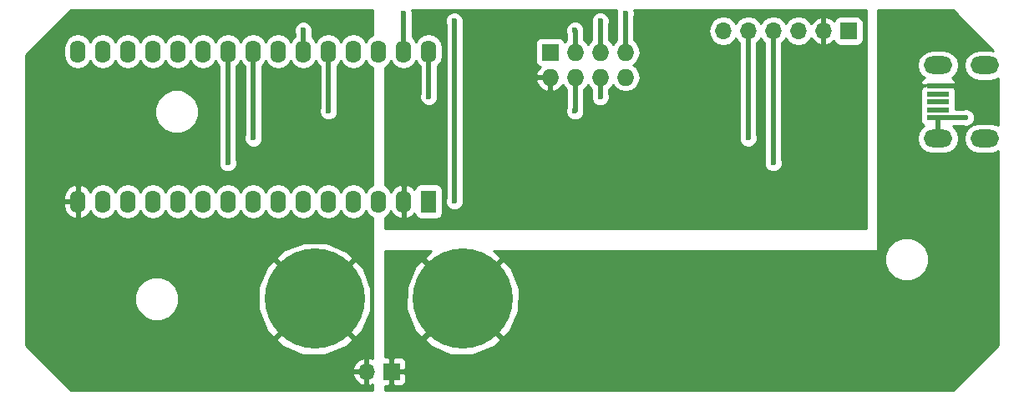
<source format=gbl>
G04 #@! TF.FileFunction,Copper,L2,Bot,Signal*
%FSLAX46Y46*%
G04 Gerber Fmt 4.6, Leading zero omitted, Abs format (unit mm)*
G04 Created by KiCad (PCBNEW 4.0.7) date 12/17/17 18:45:42*
%MOMM*%
%LPD*%
G01*
G04 APERTURE LIST*
%ADD10C,0.100000*%
%ADD11O,1.727200X1.727200*%
%ADD12R,1.727200X1.727200*%
%ADD13R,1.700000X1.700000*%
%ADD14O,1.700000X1.700000*%
%ADD15R,2.300000X0.500000*%
%ADD16O,2.900000X1.800000*%
%ADD17R,1.574800X2.286000*%
%ADD18O,1.574800X2.286000*%
%ADD19C,10.160000*%
%ADD20C,0.600000*%
%ADD21C,0.500000*%
%ADD22C,0.254000*%
G04 APERTURE END LIST*
D10*
D11*
X111500000Y-54960000D03*
X111500000Y-57500000D03*
X108960000Y-54960000D03*
X108960000Y-57500000D03*
X106420000Y-54960000D03*
X106420000Y-57500000D03*
D12*
X103880000Y-54960000D03*
D11*
X103880000Y-57500000D03*
D13*
X134120000Y-52800000D03*
D14*
X131580000Y-52800000D03*
X129040000Y-52800000D03*
X126500000Y-52800000D03*
X123960000Y-52800000D03*
X121420000Y-52800000D03*
D15*
X143200000Y-58400000D03*
X143200000Y-59200000D03*
X143200000Y-60000000D03*
X143200000Y-60800000D03*
X143200000Y-61600000D03*
D16*
X143200000Y-56300000D03*
X143200000Y-63700000D03*
X147950000Y-63700000D03*
X147950000Y-56300000D03*
D17*
X91550000Y-70120000D03*
D18*
X89010000Y-70120000D03*
X86470000Y-70120000D03*
X83930000Y-70120000D03*
X81390000Y-70120000D03*
X78850000Y-70120000D03*
X76310000Y-70120000D03*
X73770000Y-70120000D03*
X71230000Y-70120000D03*
X68690000Y-70120000D03*
X66150000Y-70120000D03*
X63610000Y-70120000D03*
X61070000Y-70120000D03*
X58530000Y-70120000D03*
X55990000Y-70120000D03*
X55990000Y-54880000D03*
X58530000Y-54880000D03*
X61070000Y-54880000D03*
X63610000Y-54880000D03*
X66150000Y-54880000D03*
X68690000Y-54880000D03*
X71230000Y-54880000D03*
X73770000Y-54880000D03*
X76310000Y-54880000D03*
X78850000Y-54880000D03*
X81390000Y-54880000D03*
X83930000Y-54880000D03*
X86470000Y-54880000D03*
X89010000Y-54880000D03*
X91550000Y-54880000D03*
D19*
X95000000Y-80000000D03*
X80000000Y-80000000D03*
D13*
X87800000Y-87400000D03*
D14*
X85260000Y-87400000D03*
D20*
X146000000Y-61600000D03*
X143200000Y-63700000D03*
X89000000Y-51000000D03*
X111500000Y-51000000D03*
X94150000Y-51800000D03*
X108950000Y-51800000D03*
X94175000Y-70100000D03*
X91575000Y-59475000D03*
X108950000Y-59500000D03*
X106400000Y-52750000D03*
X78850000Y-52750000D03*
X81400000Y-60950000D03*
X106400000Y-60950000D03*
X71200000Y-66200000D03*
X126500000Y-66200000D03*
X123950000Y-63675000D03*
X73800000Y-63675000D03*
X146000000Y-58400000D03*
D21*
X143200000Y-61600000D02*
X146000000Y-61600000D01*
X143200000Y-61600000D02*
X143200000Y-63700000D01*
X89010000Y-54880000D02*
X89010000Y-51010000D01*
X89010000Y-51010000D02*
X89000000Y-51000000D01*
X111500000Y-54960000D02*
X111500000Y-51000000D01*
X89000000Y-54870000D02*
X89010000Y-54880000D01*
X94175000Y-70100000D02*
X94175000Y-51825000D01*
X94175000Y-51825000D02*
X94150000Y-51800000D01*
X108960000Y-54960000D02*
X108960000Y-51810000D01*
X108960000Y-51810000D02*
X108950000Y-51800000D01*
X91575000Y-59475000D02*
X91575000Y-54905000D01*
X91575000Y-54905000D02*
X91550000Y-54880000D01*
X108960000Y-57500000D02*
X108960000Y-59490000D01*
X108960000Y-59490000D02*
X108950000Y-59500000D01*
X106420000Y-54960000D02*
X106420000Y-52770000D01*
X106420000Y-52770000D02*
X106400000Y-52750000D01*
X78850000Y-52750000D02*
X78850000Y-54880000D01*
X81400000Y-60950000D02*
X81400000Y-54890000D01*
X81400000Y-54890000D02*
X81390000Y-54880000D01*
X106420000Y-57500000D02*
X106420000Y-60930000D01*
X106420000Y-60930000D02*
X106400000Y-60950000D01*
X71200000Y-66200000D02*
X71200000Y-54910000D01*
X71200000Y-54910000D02*
X71230000Y-54880000D01*
X126500000Y-52800000D02*
X126500000Y-66200000D01*
X73800000Y-63675000D02*
X73800000Y-54910000D01*
X123960000Y-63665000D02*
X123950000Y-63675000D01*
X123960000Y-52800000D02*
X123960000Y-63665000D01*
X73800000Y-54910000D02*
X73770000Y-54880000D01*
X143200000Y-58400000D02*
X146000000Y-58400000D01*
D22*
G36*
X85873000Y-53210635D02*
X85464211Y-53483778D01*
X85200000Y-53879199D01*
X84935789Y-53483778D01*
X84474329Y-53175441D01*
X83930000Y-53067167D01*
X83385671Y-53175441D01*
X82924211Y-53483778D01*
X82660000Y-53879199D01*
X82395789Y-53483778D01*
X81934329Y-53175441D01*
X81390000Y-53067167D01*
X80845671Y-53175441D01*
X80384211Y-53483778D01*
X80120000Y-53879199D01*
X79855789Y-53483778D01*
X79735000Y-53403070D01*
X79735000Y-53056822D01*
X79784838Y-52936799D01*
X79785162Y-52564833D01*
X79643117Y-52221057D01*
X79380327Y-51957808D01*
X79036799Y-51815162D01*
X78664833Y-51814838D01*
X78321057Y-51956883D01*
X78057808Y-52219673D01*
X77915162Y-52563201D01*
X77914838Y-52935167D01*
X77965000Y-53056569D01*
X77965000Y-53403070D01*
X77844211Y-53483778D01*
X77580000Y-53879199D01*
X77315789Y-53483778D01*
X76854329Y-53175441D01*
X76310000Y-53067167D01*
X75765671Y-53175441D01*
X75304211Y-53483778D01*
X75040000Y-53879199D01*
X74775789Y-53483778D01*
X74314329Y-53175441D01*
X73770000Y-53067167D01*
X73225671Y-53175441D01*
X72764211Y-53483778D01*
X72500000Y-53879199D01*
X72235789Y-53483778D01*
X71774329Y-53175441D01*
X71230000Y-53067167D01*
X70685671Y-53175441D01*
X70224211Y-53483778D01*
X69960000Y-53879199D01*
X69695789Y-53483778D01*
X69234329Y-53175441D01*
X68690000Y-53067167D01*
X68145671Y-53175441D01*
X67684211Y-53483778D01*
X67420000Y-53879199D01*
X67155789Y-53483778D01*
X66694329Y-53175441D01*
X66150000Y-53067167D01*
X65605671Y-53175441D01*
X65144211Y-53483778D01*
X64880000Y-53879199D01*
X64615789Y-53483778D01*
X64154329Y-53175441D01*
X63610000Y-53067167D01*
X63065671Y-53175441D01*
X62604211Y-53483778D01*
X62340000Y-53879199D01*
X62075789Y-53483778D01*
X61614329Y-53175441D01*
X61070000Y-53067167D01*
X60525671Y-53175441D01*
X60064211Y-53483778D01*
X59800000Y-53879199D01*
X59535789Y-53483778D01*
X59074329Y-53175441D01*
X58530000Y-53067167D01*
X57985671Y-53175441D01*
X57524211Y-53483778D01*
X57260000Y-53879199D01*
X56995789Y-53483778D01*
X56534329Y-53175441D01*
X55990000Y-53067167D01*
X55445671Y-53175441D01*
X54984211Y-53483778D01*
X54675874Y-53945238D01*
X54567600Y-54489567D01*
X54567600Y-55270433D01*
X54675874Y-55814762D01*
X54984211Y-56276222D01*
X55445671Y-56584559D01*
X55990000Y-56692833D01*
X56534329Y-56584559D01*
X56995789Y-56276222D01*
X57260000Y-55880801D01*
X57524211Y-56276222D01*
X57985671Y-56584559D01*
X58530000Y-56692833D01*
X59074329Y-56584559D01*
X59535789Y-56276222D01*
X59800000Y-55880801D01*
X60064211Y-56276222D01*
X60525671Y-56584559D01*
X61070000Y-56692833D01*
X61614329Y-56584559D01*
X62075789Y-56276222D01*
X62340000Y-55880801D01*
X62604211Y-56276222D01*
X63065671Y-56584559D01*
X63610000Y-56692833D01*
X64154329Y-56584559D01*
X64615789Y-56276222D01*
X64880000Y-55880801D01*
X65144211Y-56276222D01*
X65605671Y-56584559D01*
X66150000Y-56692833D01*
X66694329Y-56584559D01*
X67155789Y-56276222D01*
X67420000Y-55880801D01*
X67684211Y-56276222D01*
X68145671Y-56584559D01*
X68690000Y-56692833D01*
X69234329Y-56584559D01*
X69695789Y-56276222D01*
X69960000Y-55880801D01*
X70224211Y-56276222D01*
X70315000Y-56336885D01*
X70315000Y-65893178D01*
X70265162Y-66013201D01*
X70264838Y-66385167D01*
X70406883Y-66728943D01*
X70669673Y-66992192D01*
X71013201Y-67134838D01*
X71385167Y-67135162D01*
X71728943Y-66993117D01*
X71992192Y-66730327D01*
X72134838Y-66386799D01*
X72135162Y-66014833D01*
X72085000Y-65893431D01*
X72085000Y-56376976D01*
X72235789Y-56276222D01*
X72500000Y-55880801D01*
X72764211Y-56276222D01*
X72915000Y-56376976D01*
X72915000Y-63368178D01*
X72865162Y-63488201D01*
X72864838Y-63860167D01*
X73006883Y-64203943D01*
X73269673Y-64467192D01*
X73613201Y-64609838D01*
X73985167Y-64610162D01*
X74328943Y-64468117D01*
X74592192Y-64205327D01*
X74734838Y-63861799D01*
X74735162Y-63489833D01*
X74685000Y-63368431D01*
X74685000Y-56336885D01*
X74775789Y-56276222D01*
X75040000Y-55880801D01*
X75304211Y-56276222D01*
X75765671Y-56584559D01*
X76310000Y-56692833D01*
X76854329Y-56584559D01*
X77315789Y-56276222D01*
X77580000Y-55880801D01*
X77844211Y-56276222D01*
X78305671Y-56584559D01*
X78850000Y-56692833D01*
X79394329Y-56584559D01*
X79855789Y-56276222D01*
X80120000Y-55880801D01*
X80384211Y-56276222D01*
X80515000Y-56363612D01*
X80515000Y-60643178D01*
X80465162Y-60763201D01*
X80464838Y-61135167D01*
X80606883Y-61478943D01*
X80869673Y-61742192D01*
X81213201Y-61884838D01*
X81585167Y-61885162D01*
X81928943Y-61743117D01*
X82192192Y-61480327D01*
X82334838Y-61136799D01*
X82335162Y-60764833D01*
X82285000Y-60643431D01*
X82285000Y-56350249D01*
X82395789Y-56276222D01*
X82660000Y-55880801D01*
X82924211Y-56276222D01*
X83385671Y-56584559D01*
X83930000Y-56692833D01*
X84474329Y-56584559D01*
X84935789Y-56276222D01*
X85200000Y-55880801D01*
X85464211Y-56276222D01*
X85873000Y-56549365D01*
X85873000Y-68450635D01*
X85464211Y-68723778D01*
X85200000Y-69119199D01*
X84935789Y-68723778D01*
X84474329Y-68415441D01*
X83930000Y-68307167D01*
X83385671Y-68415441D01*
X82924211Y-68723778D01*
X82660000Y-69119199D01*
X82395789Y-68723778D01*
X81934329Y-68415441D01*
X81390000Y-68307167D01*
X80845671Y-68415441D01*
X80384211Y-68723778D01*
X80120000Y-69119199D01*
X79855789Y-68723778D01*
X79394329Y-68415441D01*
X78850000Y-68307167D01*
X78305671Y-68415441D01*
X77844211Y-68723778D01*
X77580000Y-69119199D01*
X77315789Y-68723778D01*
X76854329Y-68415441D01*
X76310000Y-68307167D01*
X75765671Y-68415441D01*
X75304211Y-68723778D01*
X75040000Y-69119199D01*
X74775789Y-68723778D01*
X74314329Y-68415441D01*
X73770000Y-68307167D01*
X73225671Y-68415441D01*
X72764211Y-68723778D01*
X72500000Y-69119199D01*
X72235789Y-68723778D01*
X71774329Y-68415441D01*
X71230000Y-68307167D01*
X70685671Y-68415441D01*
X70224211Y-68723778D01*
X69960000Y-69119199D01*
X69695789Y-68723778D01*
X69234329Y-68415441D01*
X68690000Y-68307167D01*
X68145671Y-68415441D01*
X67684211Y-68723778D01*
X67420000Y-69119199D01*
X67155789Y-68723778D01*
X66694329Y-68415441D01*
X66150000Y-68307167D01*
X65605671Y-68415441D01*
X65144211Y-68723778D01*
X64880000Y-69119199D01*
X64615789Y-68723778D01*
X64154329Y-68415441D01*
X63610000Y-68307167D01*
X63065671Y-68415441D01*
X62604211Y-68723778D01*
X62340000Y-69119199D01*
X62075789Y-68723778D01*
X61614329Y-68415441D01*
X61070000Y-68307167D01*
X60525671Y-68415441D01*
X60064211Y-68723778D01*
X59800000Y-69119199D01*
X59535789Y-68723778D01*
X59074329Y-68415441D01*
X58530000Y-68307167D01*
X57985671Y-68415441D01*
X57524211Y-68723778D01*
X57260246Y-69118830D01*
X57255525Y-69102738D01*
X56905986Y-68668809D01*
X56416996Y-68401673D01*
X56337060Y-68384990D01*
X56117000Y-68507148D01*
X56117000Y-69993000D01*
X56137000Y-69993000D01*
X56137000Y-70247000D01*
X56117000Y-70247000D01*
X56117000Y-71732852D01*
X56337060Y-71855010D01*
X56416996Y-71838327D01*
X56905986Y-71571191D01*
X57255525Y-71137262D01*
X57260246Y-71121170D01*
X57524211Y-71516222D01*
X57985671Y-71824559D01*
X58530000Y-71932833D01*
X59074329Y-71824559D01*
X59535789Y-71516222D01*
X59800000Y-71120801D01*
X60064211Y-71516222D01*
X60525671Y-71824559D01*
X61070000Y-71932833D01*
X61614329Y-71824559D01*
X62075789Y-71516222D01*
X62340000Y-71120801D01*
X62604211Y-71516222D01*
X63065671Y-71824559D01*
X63610000Y-71932833D01*
X64154329Y-71824559D01*
X64615789Y-71516222D01*
X64880000Y-71120801D01*
X65144211Y-71516222D01*
X65605671Y-71824559D01*
X66150000Y-71932833D01*
X66694329Y-71824559D01*
X67155789Y-71516222D01*
X67420000Y-71120801D01*
X67684211Y-71516222D01*
X68145671Y-71824559D01*
X68690000Y-71932833D01*
X69234329Y-71824559D01*
X69695789Y-71516222D01*
X69960000Y-71120801D01*
X70224211Y-71516222D01*
X70685671Y-71824559D01*
X71230000Y-71932833D01*
X71774329Y-71824559D01*
X72235789Y-71516222D01*
X72500000Y-71120801D01*
X72764211Y-71516222D01*
X73225671Y-71824559D01*
X73770000Y-71932833D01*
X74314329Y-71824559D01*
X74775789Y-71516222D01*
X75040000Y-71120801D01*
X75304211Y-71516222D01*
X75765671Y-71824559D01*
X76310000Y-71932833D01*
X76854329Y-71824559D01*
X77315789Y-71516222D01*
X77580000Y-71120801D01*
X77844211Y-71516222D01*
X78305671Y-71824559D01*
X78850000Y-71932833D01*
X79394329Y-71824559D01*
X79855789Y-71516222D01*
X80120000Y-71120801D01*
X80384211Y-71516222D01*
X80845671Y-71824559D01*
X81390000Y-71932833D01*
X81934329Y-71824559D01*
X82395789Y-71516222D01*
X82660000Y-71120801D01*
X82924211Y-71516222D01*
X83385671Y-71824559D01*
X83930000Y-71932833D01*
X84474329Y-71824559D01*
X84935789Y-71516222D01*
X85200000Y-71120801D01*
X85464211Y-71516222D01*
X85873000Y-71789365D01*
X85873000Y-86064602D01*
X85616890Y-85958524D01*
X85387000Y-86079845D01*
X85387000Y-87273000D01*
X85407000Y-87273000D01*
X85407000Y-87527000D01*
X85387000Y-87527000D01*
X85387000Y-88720155D01*
X85616890Y-88841476D01*
X85873000Y-88735398D01*
X85873000Y-89290000D01*
X55294092Y-89290000D01*
X53760984Y-87756892D01*
X83818514Y-87756892D01*
X84064817Y-88281358D01*
X84493076Y-88671645D01*
X84903110Y-88841476D01*
X85133000Y-88720155D01*
X85133000Y-87527000D01*
X83939181Y-87527000D01*
X83818514Y-87756892D01*
X53760984Y-87756892D01*
X53047200Y-87043108D01*
X83818514Y-87043108D01*
X83939181Y-87273000D01*
X85133000Y-87273000D01*
X85133000Y-86079845D01*
X84903110Y-85958524D01*
X84493076Y-86128355D01*
X84064817Y-86518642D01*
X83818514Y-87043108D01*
X53047200Y-87043108D01*
X50710000Y-84705908D01*
X50710000Y-84096828D01*
X76082777Y-84096828D01*
X76678556Y-84787641D01*
X78763537Y-85694265D01*
X81036758Y-85733989D01*
X83152142Y-84900765D01*
X83321444Y-84787641D01*
X83917223Y-84096828D01*
X80000000Y-80179605D01*
X76082777Y-84096828D01*
X50710000Y-84096828D01*
X50710000Y-80442619D01*
X61764613Y-80442619D01*
X62104155Y-81264372D01*
X62732321Y-81893636D01*
X63553481Y-82234611D01*
X64442619Y-82235387D01*
X65264372Y-81895845D01*
X65893636Y-81267679D01*
X65989522Y-81036758D01*
X74266011Y-81036758D01*
X75099235Y-83152142D01*
X75212359Y-83321444D01*
X75903172Y-83917223D01*
X79820395Y-80000000D01*
X80179605Y-80000000D01*
X84096828Y-83917223D01*
X84787641Y-83321444D01*
X85694265Y-81236463D01*
X85733989Y-78963242D01*
X84900765Y-76847858D01*
X84787641Y-76678556D01*
X84096828Y-76082777D01*
X80179605Y-80000000D01*
X79820395Y-80000000D01*
X75903172Y-76082777D01*
X75212359Y-76678556D01*
X74305735Y-78763537D01*
X74266011Y-81036758D01*
X65989522Y-81036758D01*
X66234611Y-80446519D01*
X66235387Y-79557381D01*
X65895845Y-78735628D01*
X65267679Y-78106364D01*
X64446519Y-77765389D01*
X63557381Y-77764613D01*
X62735628Y-78104155D01*
X62106364Y-78732321D01*
X61765389Y-79553481D01*
X61764613Y-80442619D01*
X50710000Y-80442619D01*
X50710000Y-75903172D01*
X76082777Y-75903172D01*
X80000000Y-79820395D01*
X83917223Y-75903172D01*
X83321444Y-75212359D01*
X81236463Y-74305735D01*
X78963242Y-74266011D01*
X76847858Y-75099235D01*
X76678556Y-75212359D01*
X76082777Y-75903172D01*
X50710000Y-75903172D01*
X50710000Y-70247000D01*
X54567600Y-70247000D01*
X54567600Y-70602600D01*
X54724475Y-71137262D01*
X55074014Y-71571191D01*
X55563004Y-71838327D01*
X55642940Y-71855010D01*
X55863000Y-71732852D01*
X55863000Y-70247000D01*
X54567600Y-70247000D01*
X50710000Y-70247000D01*
X50710000Y-69637400D01*
X54567600Y-69637400D01*
X54567600Y-69993000D01*
X55863000Y-69993000D01*
X55863000Y-68507148D01*
X55642940Y-68384990D01*
X55563004Y-68401673D01*
X55074014Y-68668809D01*
X54724475Y-69102738D01*
X54567600Y-69637400D01*
X50710000Y-69637400D01*
X50710000Y-61442619D01*
X63764613Y-61442619D01*
X64104155Y-62264372D01*
X64732321Y-62893636D01*
X65553481Y-63234611D01*
X66442619Y-63235387D01*
X67264372Y-62895845D01*
X67893636Y-62267679D01*
X68234611Y-61446519D01*
X68235387Y-60557381D01*
X67895845Y-59735628D01*
X67267679Y-59106364D01*
X66446519Y-58765389D01*
X65557381Y-58764613D01*
X64735628Y-59104155D01*
X64106364Y-59732321D01*
X63765389Y-60553481D01*
X63764613Y-61442619D01*
X50710000Y-61442619D01*
X50710000Y-55294092D01*
X55294092Y-50710000D01*
X85873000Y-50710000D01*
X85873000Y-53210635D01*
X85873000Y-53210635D01*
G37*
X85873000Y-53210635D02*
X85464211Y-53483778D01*
X85200000Y-53879199D01*
X84935789Y-53483778D01*
X84474329Y-53175441D01*
X83930000Y-53067167D01*
X83385671Y-53175441D01*
X82924211Y-53483778D01*
X82660000Y-53879199D01*
X82395789Y-53483778D01*
X81934329Y-53175441D01*
X81390000Y-53067167D01*
X80845671Y-53175441D01*
X80384211Y-53483778D01*
X80120000Y-53879199D01*
X79855789Y-53483778D01*
X79735000Y-53403070D01*
X79735000Y-53056822D01*
X79784838Y-52936799D01*
X79785162Y-52564833D01*
X79643117Y-52221057D01*
X79380327Y-51957808D01*
X79036799Y-51815162D01*
X78664833Y-51814838D01*
X78321057Y-51956883D01*
X78057808Y-52219673D01*
X77915162Y-52563201D01*
X77914838Y-52935167D01*
X77965000Y-53056569D01*
X77965000Y-53403070D01*
X77844211Y-53483778D01*
X77580000Y-53879199D01*
X77315789Y-53483778D01*
X76854329Y-53175441D01*
X76310000Y-53067167D01*
X75765671Y-53175441D01*
X75304211Y-53483778D01*
X75040000Y-53879199D01*
X74775789Y-53483778D01*
X74314329Y-53175441D01*
X73770000Y-53067167D01*
X73225671Y-53175441D01*
X72764211Y-53483778D01*
X72500000Y-53879199D01*
X72235789Y-53483778D01*
X71774329Y-53175441D01*
X71230000Y-53067167D01*
X70685671Y-53175441D01*
X70224211Y-53483778D01*
X69960000Y-53879199D01*
X69695789Y-53483778D01*
X69234329Y-53175441D01*
X68690000Y-53067167D01*
X68145671Y-53175441D01*
X67684211Y-53483778D01*
X67420000Y-53879199D01*
X67155789Y-53483778D01*
X66694329Y-53175441D01*
X66150000Y-53067167D01*
X65605671Y-53175441D01*
X65144211Y-53483778D01*
X64880000Y-53879199D01*
X64615789Y-53483778D01*
X64154329Y-53175441D01*
X63610000Y-53067167D01*
X63065671Y-53175441D01*
X62604211Y-53483778D01*
X62340000Y-53879199D01*
X62075789Y-53483778D01*
X61614329Y-53175441D01*
X61070000Y-53067167D01*
X60525671Y-53175441D01*
X60064211Y-53483778D01*
X59800000Y-53879199D01*
X59535789Y-53483778D01*
X59074329Y-53175441D01*
X58530000Y-53067167D01*
X57985671Y-53175441D01*
X57524211Y-53483778D01*
X57260000Y-53879199D01*
X56995789Y-53483778D01*
X56534329Y-53175441D01*
X55990000Y-53067167D01*
X55445671Y-53175441D01*
X54984211Y-53483778D01*
X54675874Y-53945238D01*
X54567600Y-54489567D01*
X54567600Y-55270433D01*
X54675874Y-55814762D01*
X54984211Y-56276222D01*
X55445671Y-56584559D01*
X55990000Y-56692833D01*
X56534329Y-56584559D01*
X56995789Y-56276222D01*
X57260000Y-55880801D01*
X57524211Y-56276222D01*
X57985671Y-56584559D01*
X58530000Y-56692833D01*
X59074329Y-56584559D01*
X59535789Y-56276222D01*
X59800000Y-55880801D01*
X60064211Y-56276222D01*
X60525671Y-56584559D01*
X61070000Y-56692833D01*
X61614329Y-56584559D01*
X62075789Y-56276222D01*
X62340000Y-55880801D01*
X62604211Y-56276222D01*
X63065671Y-56584559D01*
X63610000Y-56692833D01*
X64154329Y-56584559D01*
X64615789Y-56276222D01*
X64880000Y-55880801D01*
X65144211Y-56276222D01*
X65605671Y-56584559D01*
X66150000Y-56692833D01*
X66694329Y-56584559D01*
X67155789Y-56276222D01*
X67420000Y-55880801D01*
X67684211Y-56276222D01*
X68145671Y-56584559D01*
X68690000Y-56692833D01*
X69234329Y-56584559D01*
X69695789Y-56276222D01*
X69960000Y-55880801D01*
X70224211Y-56276222D01*
X70315000Y-56336885D01*
X70315000Y-65893178D01*
X70265162Y-66013201D01*
X70264838Y-66385167D01*
X70406883Y-66728943D01*
X70669673Y-66992192D01*
X71013201Y-67134838D01*
X71385167Y-67135162D01*
X71728943Y-66993117D01*
X71992192Y-66730327D01*
X72134838Y-66386799D01*
X72135162Y-66014833D01*
X72085000Y-65893431D01*
X72085000Y-56376976D01*
X72235789Y-56276222D01*
X72500000Y-55880801D01*
X72764211Y-56276222D01*
X72915000Y-56376976D01*
X72915000Y-63368178D01*
X72865162Y-63488201D01*
X72864838Y-63860167D01*
X73006883Y-64203943D01*
X73269673Y-64467192D01*
X73613201Y-64609838D01*
X73985167Y-64610162D01*
X74328943Y-64468117D01*
X74592192Y-64205327D01*
X74734838Y-63861799D01*
X74735162Y-63489833D01*
X74685000Y-63368431D01*
X74685000Y-56336885D01*
X74775789Y-56276222D01*
X75040000Y-55880801D01*
X75304211Y-56276222D01*
X75765671Y-56584559D01*
X76310000Y-56692833D01*
X76854329Y-56584559D01*
X77315789Y-56276222D01*
X77580000Y-55880801D01*
X77844211Y-56276222D01*
X78305671Y-56584559D01*
X78850000Y-56692833D01*
X79394329Y-56584559D01*
X79855789Y-56276222D01*
X80120000Y-55880801D01*
X80384211Y-56276222D01*
X80515000Y-56363612D01*
X80515000Y-60643178D01*
X80465162Y-60763201D01*
X80464838Y-61135167D01*
X80606883Y-61478943D01*
X80869673Y-61742192D01*
X81213201Y-61884838D01*
X81585167Y-61885162D01*
X81928943Y-61743117D01*
X82192192Y-61480327D01*
X82334838Y-61136799D01*
X82335162Y-60764833D01*
X82285000Y-60643431D01*
X82285000Y-56350249D01*
X82395789Y-56276222D01*
X82660000Y-55880801D01*
X82924211Y-56276222D01*
X83385671Y-56584559D01*
X83930000Y-56692833D01*
X84474329Y-56584559D01*
X84935789Y-56276222D01*
X85200000Y-55880801D01*
X85464211Y-56276222D01*
X85873000Y-56549365D01*
X85873000Y-68450635D01*
X85464211Y-68723778D01*
X85200000Y-69119199D01*
X84935789Y-68723778D01*
X84474329Y-68415441D01*
X83930000Y-68307167D01*
X83385671Y-68415441D01*
X82924211Y-68723778D01*
X82660000Y-69119199D01*
X82395789Y-68723778D01*
X81934329Y-68415441D01*
X81390000Y-68307167D01*
X80845671Y-68415441D01*
X80384211Y-68723778D01*
X80120000Y-69119199D01*
X79855789Y-68723778D01*
X79394329Y-68415441D01*
X78850000Y-68307167D01*
X78305671Y-68415441D01*
X77844211Y-68723778D01*
X77580000Y-69119199D01*
X77315789Y-68723778D01*
X76854329Y-68415441D01*
X76310000Y-68307167D01*
X75765671Y-68415441D01*
X75304211Y-68723778D01*
X75040000Y-69119199D01*
X74775789Y-68723778D01*
X74314329Y-68415441D01*
X73770000Y-68307167D01*
X73225671Y-68415441D01*
X72764211Y-68723778D01*
X72500000Y-69119199D01*
X72235789Y-68723778D01*
X71774329Y-68415441D01*
X71230000Y-68307167D01*
X70685671Y-68415441D01*
X70224211Y-68723778D01*
X69960000Y-69119199D01*
X69695789Y-68723778D01*
X69234329Y-68415441D01*
X68690000Y-68307167D01*
X68145671Y-68415441D01*
X67684211Y-68723778D01*
X67420000Y-69119199D01*
X67155789Y-68723778D01*
X66694329Y-68415441D01*
X66150000Y-68307167D01*
X65605671Y-68415441D01*
X65144211Y-68723778D01*
X64880000Y-69119199D01*
X64615789Y-68723778D01*
X64154329Y-68415441D01*
X63610000Y-68307167D01*
X63065671Y-68415441D01*
X62604211Y-68723778D01*
X62340000Y-69119199D01*
X62075789Y-68723778D01*
X61614329Y-68415441D01*
X61070000Y-68307167D01*
X60525671Y-68415441D01*
X60064211Y-68723778D01*
X59800000Y-69119199D01*
X59535789Y-68723778D01*
X59074329Y-68415441D01*
X58530000Y-68307167D01*
X57985671Y-68415441D01*
X57524211Y-68723778D01*
X57260246Y-69118830D01*
X57255525Y-69102738D01*
X56905986Y-68668809D01*
X56416996Y-68401673D01*
X56337060Y-68384990D01*
X56117000Y-68507148D01*
X56117000Y-69993000D01*
X56137000Y-69993000D01*
X56137000Y-70247000D01*
X56117000Y-70247000D01*
X56117000Y-71732852D01*
X56337060Y-71855010D01*
X56416996Y-71838327D01*
X56905986Y-71571191D01*
X57255525Y-71137262D01*
X57260246Y-71121170D01*
X57524211Y-71516222D01*
X57985671Y-71824559D01*
X58530000Y-71932833D01*
X59074329Y-71824559D01*
X59535789Y-71516222D01*
X59800000Y-71120801D01*
X60064211Y-71516222D01*
X60525671Y-71824559D01*
X61070000Y-71932833D01*
X61614329Y-71824559D01*
X62075789Y-71516222D01*
X62340000Y-71120801D01*
X62604211Y-71516222D01*
X63065671Y-71824559D01*
X63610000Y-71932833D01*
X64154329Y-71824559D01*
X64615789Y-71516222D01*
X64880000Y-71120801D01*
X65144211Y-71516222D01*
X65605671Y-71824559D01*
X66150000Y-71932833D01*
X66694329Y-71824559D01*
X67155789Y-71516222D01*
X67420000Y-71120801D01*
X67684211Y-71516222D01*
X68145671Y-71824559D01*
X68690000Y-71932833D01*
X69234329Y-71824559D01*
X69695789Y-71516222D01*
X69960000Y-71120801D01*
X70224211Y-71516222D01*
X70685671Y-71824559D01*
X71230000Y-71932833D01*
X71774329Y-71824559D01*
X72235789Y-71516222D01*
X72500000Y-71120801D01*
X72764211Y-71516222D01*
X73225671Y-71824559D01*
X73770000Y-71932833D01*
X74314329Y-71824559D01*
X74775789Y-71516222D01*
X75040000Y-71120801D01*
X75304211Y-71516222D01*
X75765671Y-71824559D01*
X76310000Y-71932833D01*
X76854329Y-71824559D01*
X77315789Y-71516222D01*
X77580000Y-71120801D01*
X77844211Y-71516222D01*
X78305671Y-71824559D01*
X78850000Y-71932833D01*
X79394329Y-71824559D01*
X79855789Y-71516222D01*
X80120000Y-71120801D01*
X80384211Y-71516222D01*
X80845671Y-71824559D01*
X81390000Y-71932833D01*
X81934329Y-71824559D01*
X82395789Y-71516222D01*
X82660000Y-71120801D01*
X82924211Y-71516222D01*
X83385671Y-71824559D01*
X83930000Y-71932833D01*
X84474329Y-71824559D01*
X84935789Y-71516222D01*
X85200000Y-71120801D01*
X85464211Y-71516222D01*
X85873000Y-71789365D01*
X85873000Y-86064602D01*
X85616890Y-85958524D01*
X85387000Y-86079845D01*
X85387000Y-87273000D01*
X85407000Y-87273000D01*
X85407000Y-87527000D01*
X85387000Y-87527000D01*
X85387000Y-88720155D01*
X85616890Y-88841476D01*
X85873000Y-88735398D01*
X85873000Y-89290000D01*
X55294092Y-89290000D01*
X53760984Y-87756892D01*
X83818514Y-87756892D01*
X84064817Y-88281358D01*
X84493076Y-88671645D01*
X84903110Y-88841476D01*
X85133000Y-88720155D01*
X85133000Y-87527000D01*
X83939181Y-87527000D01*
X83818514Y-87756892D01*
X53760984Y-87756892D01*
X53047200Y-87043108D01*
X83818514Y-87043108D01*
X83939181Y-87273000D01*
X85133000Y-87273000D01*
X85133000Y-86079845D01*
X84903110Y-85958524D01*
X84493076Y-86128355D01*
X84064817Y-86518642D01*
X83818514Y-87043108D01*
X53047200Y-87043108D01*
X50710000Y-84705908D01*
X50710000Y-84096828D01*
X76082777Y-84096828D01*
X76678556Y-84787641D01*
X78763537Y-85694265D01*
X81036758Y-85733989D01*
X83152142Y-84900765D01*
X83321444Y-84787641D01*
X83917223Y-84096828D01*
X80000000Y-80179605D01*
X76082777Y-84096828D01*
X50710000Y-84096828D01*
X50710000Y-80442619D01*
X61764613Y-80442619D01*
X62104155Y-81264372D01*
X62732321Y-81893636D01*
X63553481Y-82234611D01*
X64442619Y-82235387D01*
X65264372Y-81895845D01*
X65893636Y-81267679D01*
X65989522Y-81036758D01*
X74266011Y-81036758D01*
X75099235Y-83152142D01*
X75212359Y-83321444D01*
X75903172Y-83917223D01*
X79820395Y-80000000D01*
X80179605Y-80000000D01*
X84096828Y-83917223D01*
X84787641Y-83321444D01*
X85694265Y-81236463D01*
X85733989Y-78963242D01*
X84900765Y-76847858D01*
X84787641Y-76678556D01*
X84096828Y-76082777D01*
X80179605Y-80000000D01*
X79820395Y-80000000D01*
X75903172Y-76082777D01*
X75212359Y-76678556D01*
X74305735Y-78763537D01*
X74266011Y-81036758D01*
X65989522Y-81036758D01*
X66234611Y-80446519D01*
X66235387Y-79557381D01*
X65895845Y-78735628D01*
X65267679Y-78106364D01*
X64446519Y-77765389D01*
X63557381Y-77764613D01*
X62735628Y-78104155D01*
X62106364Y-78732321D01*
X61765389Y-79553481D01*
X61764613Y-80442619D01*
X50710000Y-80442619D01*
X50710000Y-75903172D01*
X76082777Y-75903172D01*
X80000000Y-79820395D01*
X83917223Y-75903172D01*
X83321444Y-75212359D01*
X81236463Y-74305735D01*
X78963242Y-74266011D01*
X76847858Y-75099235D01*
X76678556Y-75212359D01*
X76082777Y-75903172D01*
X50710000Y-75903172D01*
X50710000Y-70247000D01*
X54567600Y-70247000D01*
X54567600Y-70602600D01*
X54724475Y-71137262D01*
X55074014Y-71571191D01*
X55563004Y-71838327D01*
X55642940Y-71855010D01*
X55863000Y-71732852D01*
X55863000Y-70247000D01*
X54567600Y-70247000D01*
X50710000Y-70247000D01*
X50710000Y-69637400D01*
X54567600Y-69637400D01*
X54567600Y-69993000D01*
X55863000Y-69993000D01*
X55863000Y-68507148D01*
X55642940Y-68384990D01*
X55563004Y-68401673D01*
X55074014Y-68668809D01*
X54724475Y-69102738D01*
X54567600Y-69637400D01*
X50710000Y-69637400D01*
X50710000Y-61442619D01*
X63764613Y-61442619D01*
X64104155Y-62264372D01*
X64732321Y-62893636D01*
X65553481Y-63234611D01*
X66442619Y-63235387D01*
X67264372Y-62895845D01*
X67893636Y-62267679D01*
X68234611Y-61446519D01*
X68235387Y-60557381D01*
X67895845Y-59735628D01*
X67267679Y-59106364D01*
X66446519Y-58765389D01*
X65557381Y-58764613D01*
X64735628Y-59104155D01*
X64106364Y-59732321D01*
X63765389Y-60553481D01*
X63764613Y-61442619D01*
X50710000Y-61442619D01*
X50710000Y-55294092D01*
X55294092Y-50710000D01*
X85873000Y-50710000D01*
X85873000Y-53210635D01*
G36*
X110565162Y-50813201D02*
X110564838Y-51185167D01*
X110615000Y-51306569D01*
X110615000Y-53764002D01*
X110410971Y-53900330D01*
X110230000Y-54171172D01*
X110049029Y-53900330D01*
X109845000Y-53764002D01*
X109845000Y-52082739D01*
X109884838Y-51986799D01*
X109885162Y-51614833D01*
X109743117Y-51271057D01*
X109480327Y-51007808D01*
X109136799Y-50865162D01*
X108764833Y-50864838D01*
X108421057Y-51006883D01*
X108157808Y-51269673D01*
X108015162Y-51613201D01*
X108014838Y-51985167D01*
X108075000Y-52130771D01*
X108075000Y-53764002D01*
X107870971Y-53900330D01*
X107690000Y-54171172D01*
X107509029Y-53900330D01*
X107305000Y-53764002D01*
X107305000Y-53008657D01*
X107334838Y-52936799D01*
X107335162Y-52564833D01*
X107193117Y-52221057D01*
X106930327Y-51957808D01*
X106586799Y-51815162D01*
X106214833Y-51814838D01*
X105871057Y-51956883D01*
X105607808Y-52219673D01*
X105465162Y-52563201D01*
X105464838Y-52935167D01*
X105535000Y-53104972D01*
X105535000Y-53764002D01*
X105351558Y-53886574D01*
X105346762Y-53861083D01*
X105207690Y-53644959D01*
X104995490Y-53499969D01*
X104743600Y-53448960D01*
X103016400Y-53448960D01*
X102781083Y-53493238D01*
X102564959Y-53632310D01*
X102419969Y-53844510D01*
X102368960Y-54096400D01*
X102368960Y-55823600D01*
X102413238Y-56058917D01*
X102552310Y-56275041D01*
X102764510Y-56420031D01*
X102858375Y-56439039D01*
X102597312Y-56725053D01*
X102425042Y-57140974D01*
X102546183Y-57373000D01*
X103753000Y-57373000D01*
X103753000Y-57353000D01*
X104007000Y-57353000D01*
X104007000Y-57373000D01*
X104027000Y-57373000D01*
X104027000Y-57627000D01*
X104007000Y-57627000D01*
X104007000Y-58834469D01*
X104239027Y-58954968D01*
X104768490Y-58706821D01*
X105150008Y-58288839D01*
X105330971Y-58559670D01*
X105535000Y-58695998D01*
X105535000Y-60595013D01*
X105465162Y-60763201D01*
X105464838Y-61135167D01*
X105606883Y-61478943D01*
X105869673Y-61742192D01*
X106213201Y-61884838D01*
X106585167Y-61885162D01*
X106928943Y-61743117D01*
X107192192Y-61480327D01*
X107334838Y-61136799D01*
X107335162Y-60764833D01*
X107305000Y-60691835D01*
X107305000Y-58695998D01*
X107509029Y-58559670D01*
X107690000Y-58288828D01*
X107870971Y-58559670D01*
X108075000Y-58695998D01*
X108075000Y-59169096D01*
X108015162Y-59313201D01*
X108014838Y-59685167D01*
X108156883Y-60028943D01*
X108419673Y-60292192D01*
X108763201Y-60434838D01*
X109135167Y-60435162D01*
X109478943Y-60293117D01*
X109742192Y-60030327D01*
X109884838Y-59686799D01*
X109885162Y-59314833D01*
X109845000Y-59217633D01*
X109845000Y-58695998D01*
X110049029Y-58559670D01*
X110230000Y-58288828D01*
X110410971Y-58559670D01*
X110897152Y-58884526D01*
X111470641Y-58998600D01*
X111529359Y-58998600D01*
X112102848Y-58884526D01*
X112589029Y-58559670D01*
X112913885Y-58073489D01*
X113027959Y-57500000D01*
X112913885Y-56926511D01*
X112589029Y-56440330D01*
X112274248Y-56230000D01*
X112589029Y-56019670D01*
X112913885Y-55533489D01*
X113027959Y-54960000D01*
X112913885Y-54386511D01*
X112589029Y-53900330D01*
X112385000Y-53764002D01*
X112385000Y-52770907D01*
X119935000Y-52770907D01*
X119935000Y-52829093D01*
X120048039Y-53397378D01*
X120369946Y-53879147D01*
X120851715Y-54201054D01*
X121420000Y-54314093D01*
X121988285Y-54201054D01*
X122470054Y-53879147D01*
X122690000Y-53549974D01*
X122909946Y-53879147D01*
X123075000Y-53989432D01*
X123075000Y-63344096D01*
X123015162Y-63488201D01*
X123014838Y-63860167D01*
X123156883Y-64203943D01*
X123419673Y-64467192D01*
X123763201Y-64609838D01*
X124135167Y-64610162D01*
X124478943Y-64468117D01*
X124742192Y-64205327D01*
X124884838Y-63861799D01*
X124885162Y-63489833D01*
X124845000Y-63392633D01*
X124845000Y-53989432D01*
X125010054Y-53879147D01*
X125230000Y-53549974D01*
X125449946Y-53879147D01*
X125615000Y-53989432D01*
X125615000Y-65893178D01*
X125565162Y-66013201D01*
X125564838Y-66385167D01*
X125706883Y-66728943D01*
X125969673Y-66992192D01*
X126313201Y-67134838D01*
X126685167Y-67135162D01*
X127028943Y-66993117D01*
X127292192Y-66730327D01*
X127434838Y-66386799D01*
X127435162Y-66014833D01*
X127385000Y-65893431D01*
X127385000Y-53989432D01*
X127550054Y-53879147D01*
X127770000Y-53549974D01*
X127989946Y-53879147D01*
X128471715Y-54201054D01*
X129040000Y-54314093D01*
X129608285Y-54201054D01*
X130090054Y-53879147D01*
X130317702Y-53538447D01*
X130384817Y-53681358D01*
X130813076Y-54071645D01*
X131223110Y-54241476D01*
X131453000Y-54120155D01*
X131453000Y-52927000D01*
X131433000Y-52927000D01*
X131433000Y-52673000D01*
X131453000Y-52673000D01*
X131453000Y-51479845D01*
X131707000Y-51479845D01*
X131707000Y-52673000D01*
X131727000Y-52673000D01*
X131727000Y-52927000D01*
X131707000Y-52927000D01*
X131707000Y-54120155D01*
X131936890Y-54241476D01*
X132346924Y-54071645D01*
X132649937Y-53795499D01*
X132666838Y-53885317D01*
X132805910Y-54101441D01*
X133018110Y-54246431D01*
X133270000Y-54297440D01*
X134970000Y-54297440D01*
X135205317Y-54253162D01*
X135421441Y-54114090D01*
X135566431Y-53901890D01*
X135617440Y-53650000D01*
X135617440Y-51950000D01*
X135573162Y-51714683D01*
X135434090Y-51498559D01*
X135221890Y-51353569D01*
X134970000Y-51302560D01*
X133270000Y-51302560D01*
X133034683Y-51346838D01*
X132818559Y-51485910D01*
X132673569Y-51698110D01*
X132651699Y-51806107D01*
X132346924Y-51528355D01*
X131936890Y-51358524D01*
X131707000Y-51479845D01*
X131453000Y-51479845D01*
X131223110Y-51358524D01*
X130813076Y-51528355D01*
X130384817Y-51918642D01*
X130317702Y-52061553D01*
X130090054Y-51720853D01*
X129608285Y-51398946D01*
X129040000Y-51285907D01*
X128471715Y-51398946D01*
X127989946Y-51720853D01*
X127770000Y-52050026D01*
X127550054Y-51720853D01*
X127068285Y-51398946D01*
X126500000Y-51285907D01*
X125931715Y-51398946D01*
X125449946Y-51720853D01*
X125230000Y-52050026D01*
X125010054Y-51720853D01*
X124528285Y-51398946D01*
X123960000Y-51285907D01*
X123391715Y-51398946D01*
X122909946Y-51720853D01*
X122690000Y-52050026D01*
X122470054Y-51720853D01*
X121988285Y-51398946D01*
X121420000Y-51285907D01*
X120851715Y-51398946D01*
X120369946Y-51720853D01*
X120048039Y-52202622D01*
X119935000Y-52770907D01*
X112385000Y-52770907D01*
X112385000Y-51306822D01*
X112434838Y-51186799D01*
X112435162Y-50814833D01*
X112391846Y-50710000D01*
X135873000Y-50710000D01*
X135873000Y-72873000D01*
X87127000Y-72873000D01*
X87127000Y-71749275D01*
X87475789Y-71516222D01*
X87739754Y-71121170D01*
X87744475Y-71137262D01*
X88094014Y-71571191D01*
X88583004Y-71838327D01*
X88662940Y-71855010D01*
X88883000Y-71732852D01*
X88883000Y-70247000D01*
X88863000Y-70247000D01*
X88863000Y-69993000D01*
X88883000Y-69993000D01*
X88883000Y-68507148D01*
X89137000Y-68507148D01*
X89137000Y-69993000D01*
X89157000Y-69993000D01*
X89157000Y-70247000D01*
X89137000Y-70247000D01*
X89137000Y-71732852D01*
X89357060Y-71855010D01*
X89436996Y-71838327D01*
X89925986Y-71571191D01*
X90126347Y-71322456D01*
X90159438Y-71498317D01*
X90298510Y-71714441D01*
X90510710Y-71859431D01*
X90762600Y-71910440D01*
X92337400Y-71910440D01*
X92572717Y-71866162D01*
X92788841Y-71727090D01*
X92933831Y-71514890D01*
X92984840Y-71263000D01*
X92984840Y-68977000D01*
X92940562Y-68741683D01*
X92801490Y-68525559D01*
X92589290Y-68380569D01*
X92337400Y-68329560D01*
X90762600Y-68329560D01*
X90527283Y-68373838D01*
X90311159Y-68512910D01*
X90166169Y-68725110D01*
X90127029Y-68918390D01*
X89925986Y-68668809D01*
X89436996Y-68401673D01*
X89357060Y-68384990D01*
X89137000Y-68507148D01*
X88883000Y-68507148D01*
X88662940Y-68384990D01*
X88583004Y-68401673D01*
X88094014Y-68668809D01*
X87744475Y-69102738D01*
X87739754Y-69118830D01*
X87475789Y-68723778D01*
X87127000Y-68490725D01*
X87127000Y-56509275D01*
X87475789Y-56276222D01*
X87740000Y-55880801D01*
X88004211Y-56276222D01*
X88465671Y-56584559D01*
X89010000Y-56692833D01*
X89554329Y-56584559D01*
X90015789Y-56276222D01*
X90280000Y-55880801D01*
X90544211Y-56276222D01*
X90690000Y-56373635D01*
X90690000Y-59168178D01*
X90640162Y-59288201D01*
X90639838Y-59660167D01*
X90781883Y-60003943D01*
X91044673Y-60267192D01*
X91388201Y-60409838D01*
X91760167Y-60410162D01*
X92103943Y-60268117D01*
X92367192Y-60005327D01*
X92509838Y-59661799D01*
X92510162Y-59289833D01*
X92460000Y-59168431D01*
X92460000Y-56340226D01*
X92555789Y-56276222D01*
X92864126Y-55814762D01*
X92972400Y-55270433D01*
X92972400Y-54489567D01*
X92864126Y-53945238D01*
X92555789Y-53483778D01*
X92094329Y-53175441D01*
X91550000Y-53067167D01*
X91005671Y-53175441D01*
X90544211Y-53483778D01*
X90280000Y-53879199D01*
X90015789Y-53483778D01*
X89895000Y-53403070D01*
X89895000Y-51985167D01*
X93214838Y-51985167D01*
X93290000Y-52167073D01*
X93290000Y-69793178D01*
X93240162Y-69913201D01*
X93239838Y-70285167D01*
X93381883Y-70628943D01*
X93644673Y-70892192D01*
X93988201Y-71034838D01*
X94360167Y-71035162D01*
X94703943Y-70893117D01*
X94967192Y-70630327D01*
X95109838Y-70286799D01*
X95110162Y-69914833D01*
X95060000Y-69793431D01*
X95060000Y-57859026D01*
X102425042Y-57859026D01*
X102597312Y-58274947D01*
X102991510Y-58706821D01*
X103520973Y-58954968D01*
X103753000Y-58834469D01*
X103753000Y-57627000D01*
X102546183Y-57627000D01*
X102425042Y-57859026D01*
X95060000Y-57859026D01*
X95060000Y-52046615D01*
X95084838Y-51986799D01*
X95085162Y-51614833D01*
X94943117Y-51271057D01*
X94680327Y-51007808D01*
X94336799Y-50865162D01*
X93964833Y-50864838D01*
X93621057Y-51006883D01*
X93357808Y-51269673D01*
X93215162Y-51613201D01*
X93214838Y-51985167D01*
X89895000Y-51985167D01*
X89895000Y-51282739D01*
X89934838Y-51186799D01*
X89935162Y-50814833D01*
X89891846Y-50710000D01*
X110608015Y-50710000D01*
X110565162Y-50813201D01*
X110565162Y-50813201D01*
G37*
X110565162Y-50813201D02*
X110564838Y-51185167D01*
X110615000Y-51306569D01*
X110615000Y-53764002D01*
X110410971Y-53900330D01*
X110230000Y-54171172D01*
X110049029Y-53900330D01*
X109845000Y-53764002D01*
X109845000Y-52082739D01*
X109884838Y-51986799D01*
X109885162Y-51614833D01*
X109743117Y-51271057D01*
X109480327Y-51007808D01*
X109136799Y-50865162D01*
X108764833Y-50864838D01*
X108421057Y-51006883D01*
X108157808Y-51269673D01*
X108015162Y-51613201D01*
X108014838Y-51985167D01*
X108075000Y-52130771D01*
X108075000Y-53764002D01*
X107870971Y-53900330D01*
X107690000Y-54171172D01*
X107509029Y-53900330D01*
X107305000Y-53764002D01*
X107305000Y-53008657D01*
X107334838Y-52936799D01*
X107335162Y-52564833D01*
X107193117Y-52221057D01*
X106930327Y-51957808D01*
X106586799Y-51815162D01*
X106214833Y-51814838D01*
X105871057Y-51956883D01*
X105607808Y-52219673D01*
X105465162Y-52563201D01*
X105464838Y-52935167D01*
X105535000Y-53104972D01*
X105535000Y-53764002D01*
X105351558Y-53886574D01*
X105346762Y-53861083D01*
X105207690Y-53644959D01*
X104995490Y-53499969D01*
X104743600Y-53448960D01*
X103016400Y-53448960D01*
X102781083Y-53493238D01*
X102564959Y-53632310D01*
X102419969Y-53844510D01*
X102368960Y-54096400D01*
X102368960Y-55823600D01*
X102413238Y-56058917D01*
X102552310Y-56275041D01*
X102764510Y-56420031D01*
X102858375Y-56439039D01*
X102597312Y-56725053D01*
X102425042Y-57140974D01*
X102546183Y-57373000D01*
X103753000Y-57373000D01*
X103753000Y-57353000D01*
X104007000Y-57353000D01*
X104007000Y-57373000D01*
X104027000Y-57373000D01*
X104027000Y-57627000D01*
X104007000Y-57627000D01*
X104007000Y-58834469D01*
X104239027Y-58954968D01*
X104768490Y-58706821D01*
X105150008Y-58288839D01*
X105330971Y-58559670D01*
X105535000Y-58695998D01*
X105535000Y-60595013D01*
X105465162Y-60763201D01*
X105464838Y-61135167D01*
X105606883Y-61478943D01*
X105869673Y-61742192D01*
X106213201Y-61884838D01*
X106585167Y-61885162D01*
X106928943Y-61743117D01*
X107192192Y-61480327D01*
X107334838Y-61136799D01*
X107335162Y-60764833D01*
X107305000Y-60691835D01*
X107305000Y-58695998D01*
X107509029Y-58559670D01*
X107690000Y-58288828D01*
X107870971Y-58559670D01*
X108075000Y-58695998D01*
X108075000Y-59169096D01*
X108015162Y-59313201D01*
X108014838Y-59685167D01*
X108156883Y-60028943D01*
X108419673Y-60292192D01*
X108763201Y-60434838D01*
X109135167Y-60435162D01*
X109478943Y-60293117D01*
X109742192Y-60030327D01*
X109884838Y-59686799D01*
X109885162Y-59314833D01*
X109845000Y-59217633D01*
X109845000Y-58695998D01*
X110049029Y-58559670D01*
X110230000Y-58288828D01*
X110410971Y-58559670D01*
X110897152Y-58884526D01*
X111470641Y-58998600D01*
X111529359Y-58998600D01*
X112102848Y-58884526D01*
X112589029Y-58559670D01*
X112913885Y-58073489D01*
X113027959Y-57500000D01*
X112913885Y-56926511D01*
X112589029Y-56440330D01*
X112274248Y-56230000D01*
X112589029Y-56019670D01*
X112913885Y-55533489D01*
X113027959Y-54960000D01*
X112913885Y-54386511D01*
X112589029Y-53900330D01*
X112385000Y-53764002D01*
X112385000Y-52770907D01*
X119935000Y-52770907D01*
X119935000Y-52829093D01*
X120048039Y-53397378D01*
X120369946Y-53879147D01*
X120851715Y-54201054D01*
X121420000Y-54314093D01*
X121988285Y-54201054D01*
X122470054Y-53879147D01*
X122690000Y-53549974D01*
X122909946Y-53879147D01*
X123075000Y-53989432D01*
X123075000Y-63344096D01*
X123015162Y-63488201D01*
X123014838Y-63860167D01*
X123156883Y-64203943D01*
X123419673Y-64467192D01*
X123763201Y-64609838D01*
X124135167Y-64610162D01*
X124478943Y-64468117D01*
X124742192Y-64205327D01*
X124884838Y-63861799D01*
X124885162Y-63489833D01*
X124845000Y-63392633D01*
X124845000Y-53989432D01*
X125010054Y-53879147D01*
X125230000Y-53549974D01*
X125449946Y-53879147D01*
X125615000Y-53989432D01*
X125615000Y-65893178D01*
X125565162Y-66013201D01*
X125564838Y-66385167D01*
X125706883Y-66728943D01*
X125969673Y-66992192D01*
X126313201Y-67134838D01*
X126685167Y-67135162D01*
X127028943Y-66993117D01*
X127292192Y-66730327D01*
X127434838Y-66386799D01*
X127435162Y-66014833D01*
X127385000Y-65893431D01*
X127385000Y-53989432D01*
X127550054Y-53879147D01*
X127770000Y-53549974D01*
X127989946Y-53879147D01*
X128471715Y-54201054D01*
X129040000Y-54314093D01*
X129608285Y-54201054D01*
X130090054Y-53879147D01*
X130317702Y-53538447D01*
X130384817Y-53681358D01*
X130813076Y-54071645D01*
X131223110Y-54241476D01*
X131453000Y-54120155D01*
X131453000Y-52927000D01*
X131433000Y-52927000D01*
X131433000Y-52673000D01*
X131453000Y-52673000D01*
X131453000Y-51479845D01*
X131707000Y-51479845D01*
X131707000Y-52673000D01*
X131727000Y-52673000D01*
X131727000Y-52927000D01*
X131707000Y-52927000D01*
X131707000Y-54120155D01*
X131936890Y-54241476D01*
X132346924Y-54071645D01*
X132649937Y-53795499D01*
X132666838Y-53885317D01*
X132805910Y-54101441D01*
X133018110Y-54246431D01*
X133270000Y-54297440D01*
X134970000Y-54297440D01*
X135205317Y-54253162D01*
X135421441Y-54114090D01*
X135566431Y-53901890D01*
X135617440Y-53650000D01*
X135617440Y-51950000D01*
X135573162Y-51714683D01*
X135434090Y-51498559D01*
X135221890Y-51353569D01*
X134970000Y-51302560D01*
X133270000Y-51302560D01*
X133034683Y-51346838D01*
X132818559Y-51485910D01*
X132673569Y-51698110D01*
X132651699Y-51806107D01*
X132346924Y-51528355D01*
X131936890Y-51358524D01*
X131707000Y-51479845D01*
X131453000Y-51479845D01*
X131223110Y-51358524D01*
X130813076Y-51528355D01*
X130384817Y-51918642D01*
X130317702Y-52061553D01*
X130090054Y-51720853D01*
X129608285Y-51398946D01*
X129040000Y-51285907D01*
X128471715Y-51398946D01*
X127989946Y-51720853D01*
X127770000Y-52050026D01*
X127550054Y-51720853D01*
X127068285Y-51398946D01*
X126500000Y-51285907D01*
X125931715Y-51398946D01*
X125449946Y-51720853D01*
X125230000Y-52050026D01*
X125010054Y-51720853D01*
X124528285Y-51398946D01*
X123960000Y-51285907D01*
X123391715Y-51398946D01*
X122909946Y-51720853D01*
X122690000Y-52050026D01*
X122470054Y-51720853D01*
X121988285Y-51398946D01*
X121420000Y-51285907D01*
X120851715Y-51398946D01*
X120369946Y-51720853D01*
X120048039Y-52202622D01*
X119935000Y-52770907D01*
X112385000Y-52770907D01*
X112385000Y-51306822D01*
X112434838Y-51186799D01*
X112435162Y-50814833D01*
X112391846Y-50710000D01*
X135873000Y-50710000D01*
X135873000Y-72873000D01*
X87127000Y-72873000D01*
X87127000Y-71749275D01*
X87475789Y-71516222D01*
X87739754Y-71121170D01*
X87744475Y-71137262D01*
X88094014Y-71571191D01*
X88583004Y-71838327D01*
X88662940Y-71855010D01*
X88883000Y-71732852D01*
X88883000Y-70247000D01*
X88863000Y-70247000D01*
X88863000Y-69993000D01*
X88883000Y-69993000D01*
X88883000Y-68507148D01*
X89137000Y-68507148D01*
X89137000Y-69993000D01*
X89157000Y-69993000D01*
X89157000Y-70247000D01*
X89137000Y-70247000D01*
X89137000Y-71732852D01*
X89357060Y-71855010D01*
X89436996Y-71838327D01*
X89925986Y-71571191D01*
X90126347Y-71322456D01*
X90159438Y-71498317D01*
X90298510Y-71714441D01*
X90510710Y-71859431D01*
X90762600Y-71910440D01*
X92337400Y-71910440D01*
X92572717Y-71866162D01*
X92788841Y-71727090D01*
X92933831Y-71514890D01*
X92984840Y-71263000D01*
X92984840Y-68977000D01*
X92940562Y-68741683D01*
X92801490Y-68525559D01*
X92589290Y-68380569D01*
X92337400Y-68329560D01*
X90762600Y-68329560D01*
X90527283Y-68373838D01*
X90311159Y-68512910D01*
X90166169Y-68725110D01*
X90127029Y-68918390D01*
X89925986Y-68668809D01*
X89436996Y-68401673D01*
X89357060Y-68384990D01*
X89137000Y-68507148D01*
X88883000Y-68507148D01*
X88662940Y-68384990D01*
X88583004Y-68401673D01*
X88094014Y-68668809D01*
X87744475Y-69102738D01*
X87739754Y-69118830D01*
X87475789Y-68723778D01*
X87127000Y-68490725D01*
X87127000Y-56509275D01*
X87475789Y-56276222D01*
X87740000Y-55880801D01*
X88004211Y-56276222D01*
X88465671Y-56584559D01*
X89010000Y-56692833D01*
X89554329Y-56584559D01*
X90015789Y-56276222D01*
X90280000Y-55880801D01*
X90544211Y-56276222D01*
X90690000Y-56373635D01*
X90690000Y-59168178D01*
X90640162Y-59288201D01*
X90639838Y-59660167D01*
X90781883Y-60003943D01*
X91044673Y-60267192D01*
X91388201Y-60409838D01*
X91760167Y-60410162D01*
X92103943Y-60268117D01*
X92367192Y-60005327D01*
X92509838Y-59661799D01*
X92510162Y-59289833D01*
X92460000Y-59168431D01*
X92460000Y-56340226D01*
X92555789Y-56276222D01*
X92864126Y-55814762D01*
X92972400Y-55270433D01*
X92972400Y-54489567D01*
X92864126Y-53945238D01*
X92555789Y-53483778D01*
X92094329Y-53175441D01*
X91550000Y-53067167D01*
X91005671Y-53175441D01*
X90544211Y-53483778D01*
X90280000Y-53879199D01*
X90015789Y-53483778D01*
X89895000Y-53403070D01*
X89895000Y-51985167D01*
X93214838Y-51985167D01*
X93290000Y-52167073D01*
X93290000Y-69793178D01*
X93240162Y-69913201D01*
X93239838Y-70285167D01*
X93381883Y-70628943D01*
X93644673Y-70892192D01*
X93988201Y-71034838D01*
X94360167Y-71035162D01*
X94703943Y-70893117D01*
X94967192Y-70630327D01*
X95109838Y-70286799D01*
X95110162Y-69914833D01*
X95060000Y-69793431D01*
X95060000Y-57859026D01*
X102425042Y-57859026D01*
X102597312Y-58274947D01*
X102991510Y-58706821D01*
X103520973Y-58954968D01*
X103753000Y-58834469D01*
X103753000Y-57627000D01*
X102546183Y-57627000D01*
X102425042Y-57859026D01*
X95060000Y-57859026D01*
X95060000Y-52046615D01*
X95084838Y-51986799D01*
X95085162Y-51614833D01*
X94943117Y-51271057D01*
X94680327Y-51007808D01*
X94336799Y-50865162D01*
X93964833Y-50864838D01*
X93621057Y-51006883D01*
X93357808Y-51269673D01*
X93215162Y-51613201D01*
X93214838Y-51985167D01*
X89895000Y-51985167D01*
X89895000Y-51282739D01*
X89934838Y-51186799D01*
X89935162Y-50814833D01*
X89891846Y-50710000D01*
X110608015Y-50710000D01*
X110565162Y-50813201D01*
G36*
X148815550Y-54819642D02*
X148540848Y-54765000D01*
X147359152Y-54765000D01*
X146771733Y-54881845D01*
X146273743Y-55214591D01*
X145940997Y-55712581D01*
X145824152Y-56300000D01*
X145940997Y-56887419D01*
X146273743Y-57385409D01*
X146771733Y-57718155D01*
X147359152Y-57835000D01*
X148540848Y-57835000D01*
X149128267Y-57718155D01*
X149290000Y-57610089D01*
X149290000Y-62389911D01*
X149128267Y-62281845D01*
X148540848Y-62165000D01*
X147359152Y-62165000D01*
X146771733Y-62281845D01*
X146273743Y-62614591D01*
X145940997Y-63112581D01*
X145824152Y-63700000D01*
X145940997Y-64287419D01*
X146273743Y-64785409D01*
X146771733Y-65118155D01*
X147359152Y-65235000D01*
X148540848Y-65235000D01*
X149128267Y-65118155D01*
X149290000Y-65010089D01*
X149290000Y-84705908D01*
X144705908Y-89290000D01*
X87127000Y-89290000D01*
X87127000Y-88885000D01*
X87514250Y-88885000D01*
X87673000Y-88726250D01*
X87673000Y-87527000D01*
X87927000Y-87527000D01*
X87927000Y-88726250D01*
X88085750Y-88885000D01*
X88776310Y-88885000D01*
X89009699Y-88788327D01*
X89188327Y-88609698D01*
X89285000Y-88376309D01*
X89285000Y-87685750D01*
X89126250Y-87527000D01*
X87927000Y-87527000D01*
X87673000Y-87527000D01*
X87653000Y-87527000D01*
X87653000Y-87273000D01*
X87673000Y-87273000D01*
X87673000Y-86073750D01*
X87927000Y-86073750D01*
X87927000Y-87273000D01*
X89126250Y-87273000D01*
X89285000Y-87114250D01*
X89285000Y-86423691D01*
X89188327Y-86190302D01*
X89009699Y-86011673D01*
X88776310Y-85915000D01*
X88085750Y-85915000D01*
X87927000Y-86073750D01*
X87673000Y-86073750D01*
X87514250Y-85915000D01*
X87127000Y-85915000D01*
X87127000Y-84096828D01*
X91082777Y-84096828D01*
X91678556Y-84787641D01*
X93763537Y-85694265D01*
X96036758Y-85733989D01*
X98152142Y-84900765D01*
X98321444Y-84787641D01*
X98917223Y-84096828D01*
X95000000Y-80179605D01*
X91082777Y-84096828D01*
X87127000Y-84096828D01*
X87127000Y-81036758D01*
X89266011Y-81036758D01*
X90099235Y-83152142D01*
X90212359Y-83321444D01*
X90903172Y-83917223D01*
X94820395Y-80000000D01*
X95179605Y-80000000D01*
X99096828Y-83917223D01*
X99787641Y-83321444D01*
X100694265Y-81236463D01*
X100733989Y-78963242D01*
X99900765Y-76847858D01*
X99787641Y-76678556D01*
X99514070Y-76442619D01*
X137764613Y-76442619D01*
X138104155Y-77264372D01*
X138732321Y-77893636D01*
X139553481Y-78234611D01*
X140442619Y-78235387D01*
X141264372Y-77895845D01*
X141893636Y-77267679D01*
X142234611Y-76446519D01*
X142235387Y-75557381D01*
X141895845Y-74735628D01*
X141267679Y-74106364D01*
X140446519Y-73765389D01*
X139557381Y-73764613D01*
X138735628Y-74104155D01*
X138106364Y-74732321D01*
X137765389Y-75553481D01*
X137764613Y-76442619D01*
X99514070Y-76442619D01*
X99096828Y-76082777D01*
X95179605Y-80000000D01*
X94820395Y-80000000D01*
X90903172Y-76082777D01*
X90212359Y-76678556D01*
X89305735Y-78763537D01*
X89266011Y-81036758D01*
X87127000Y-81036758D01*
X87127000Y-75127000D01*
X91806305Y-75127000D01*
X91678556Y-75212359D01*
X91082777Y-75903172D01*
X95000000Y-79820395D01*
X98917223Y-75903172D01*
X98321444Y-75212359D01*
X98125142Y-75127000D01*
X137000000Y-75127000D01*
X137049410Y-75116994D01*
X137091035Y-75088553D01*
X137118315Y-75046159D01*
X137127000Y-75000000D01*
X137127000Y-63700000D01*
X141074152Y-63700000D01*
X141190997Y-64287419D01*
X141523743Y-64785409D01*
X142021733Y-65118155D01*
X142609152Y-65235000D01*
X143790848Y-65235000D01*
X144378267Y-65118155D01*
X144876257Y-64785409D01*
X145209003Y-64287419D01*
X145325848Y-63700000D01*
X145209003Y-63112581D01*
X144876257Y-62614591D01*
X144682310Y-62485000D01*
X145693178Y-62485000D01*
X145813201Y-62534838D01*
X146185167Y-62535162D01*
X146528943Y-62393117D01*
X146792192Y-62130327D01*
X146934838Y-61786799D01*
X146935162Y-61414833D01*
X146793117Y-61071057D01*
X146530327Y-60807808D01*
X146186799Y-60665162D01*
X145814833Y-60664838D01*
X145693431Y-60715000D01*
X144997440Y-60715000D01*
X144997440Y-60550000D01*
X144968179Y-60394493D01*
X144997440Y-60250000D01*
X144997440Y-59750000D01*
X144968179Y-59594493D01*
X144997440Y-59450000D01*
X144997440Y-58950000D01*
X144971081Y-58809913D01*
X144985000Y-58776309D01*
X144985000Y-58683750D01*
X144839866Y-58538616D01*
X144814090Y-58498559D01*
X144601890Y-58353569D01*
X144350000Y-58302560D01*
X142050000Y-58302560D01*
X141814683Y-58346838D01*
X141598559Y-58485910D01*
X141567751Y-58530999D01*
X141415000Y-58683750D01*
X141415000Y-58776309D01*
X141430269Y-58813171D01*
X141402560Y-58950000D01*
X141402560Y-59450000D01*
X141431821Y-59605507D01*
X141402560Y-59750000D01*
X141402560Y-60250000D01*
X141431821Y-60405507D01*
X141402560Y-60550000D01*
X141402560Y-61050000D01*
X141431821Y-61205507D01*
X141402560Y-61350000D01*
X141402560Y-61850000D01*
X141446838Y-62085317D01*
X141585910Y-62301441D01*
X141786888Y-62438763D01*
X141523743Y-62614591D01*
X141190997Y-63112581D01*
X141074152Y-63700000D01*
X137127000Y-63700000D01*
X137127000Y-56300000D01*
X141074152Y-56300000D01*
X141190997Y-56887419D01*
X141523743Y-57385409D01*
X141796523Y-57567674D01*
X141690301Y-57611673D01*
X141511673Y-57790302D01*
X141415000Y-58023691D01*
X141415000Y-58116250D01*
X141573750Y-58275000D01*
X143073000Y-58275000D01*
X143073000Y-58253000D01*
X143327000Y-58253000D01*
X143327000Y-58275000D01*
X144826250Y-58275000D01*
X144985000Y-58116250D01*
X144985000Y-58023691D01*
X144888327Y-57790302D01*
X144709699Y-57611673D01*
X144603477Y-57567674D01*
X144876257Y-57385409D01*
X145209003Y-56887419D01*
X145325848Y-56300000D01*
X145209003Y-55712581D01*
X144876257Y-55214591D01*
X144378267Y-54881845D01*
X143790848Y-54765000D01*
X142609152Y-54765000D01*
X142021733Y-54881845D01*
X141523743Y-55214591D01*
X141190997Y-55712581D01*
X141074152Y-56300000D01*
X137127000Y-56300000D01*
X137127000Y-50710000D01*
X144705908Y-50710000D01*
X148815550Y-54819642D01*
X148815550Y-54819642D01*
G37*
X148815550Y-54819642D02*
X148540848Y-54765000D01*
X147359152Y-54765000D01*
X146771733Y-54881845D01*
X146273743Y-55214591D01*
X145940997Y-55712581D01*
X145824152Y-56300000D01*
X145940997Y-56887419D01*
X146273743Y-57385409D01*
X146771733Y-57718155D01*
X147359152Y-57835000D01*
X148540848Y-57835000D01*
X149128267Y-57718155D01*
X149290000Y-57610089D01*
X149290000Y-62389911D01*
X149128267Y-62281845D01*
X148540848Y-62165000D01*
X147359152Y-62165000D01*
X146771733Y-62281845D01*
X146273743Y-62614591D01*
X145940997Y-63112581D01*
X145824152Y-63700000D01*
X145940997Y-64287419D01*
X146273743Y-64785409D01*
X146771733Y-65118155D01*
X147359152Y-65235000D01*
X148540848Y-65235000D01*
X149128267Y-65118155D01*
X149290000Y-65010089D01*
X149290000Y-84705908D01*
X144705908Y-89290000D01*
X87127000Y-89290000D01*
X87127000Y-88885000D01*
X87514250Y-88885000D01*
X87673000Y-88726250D01*
X87673000Y-87527000D01*
X87927000Y-87527000D01*
X87927000Y-88726250D01*
X88085750Y-88885000D01*
X88776310Y-88885000D01*
X89009699Y-88788327D01*
X89188327Y-88609698D01*
X89285000Y-88376309D01*
X89285000Y-87685750D01*
X89126250Y-87527000D01*
X87927000Y-87527000D01*
X87673000Y-87527000D01*
X87653000Y-87527000D01*
X87653000Y-87273000D01*
X87673000Y-87273000D01*
X87673000Y-86073750D01*
X87927000Y-86073750D01*
X87927000Y-87273000D01*
X89126250Y-87273000D01*
X89285000Y-87114250D01*
X89285000Y-86423691D01*
X89188327Y-86190302D01*
X89009699Y-86011673D01*
X88776310Y-85915000D01*
X88085750Y-85915000D01*
X87927000Y-86073750D01*
X87673000Y-86073750D01*
X87514250Y-85915000D01*
X87127000Y-85915000D01*
X87127000Y-84096828D01*
X91082777Y-84096828D01*
X91678556Y-84787641D01*
X93763537Y-85694265D01*
X96036758Y-85733989D01*
X98152142Y-84900765D01*
X98321444Y-84787641D01*
X98917223Y-84096828D01*
X95000000Y-80179605D01*
X91082777Y-84096828D01*
X87127000Y-84096828D01*
X87127000Y-81036758D01*
X89266011Y-81036758D01*
X90099235Y-83152142D01*
X90212359Y-83321444D01*
X90903172Y-83917223D01*
X94820395Y-80000000D01*
X95179605Y-80000000D01*
X99096828Y-83917223D01*
X99787641Y-83321444D01*
X100694265Y-81236463D01*
X100733989Y-78963242D01*
X99900765Y-76847858D01*
X99787641Y-76678556D01*
X99514070Y-76442619D01*
X137764613Y-76442619D01*
X138104155Y-77264372D01*
X138732321Y-77893636D01*
X139553481Y-78234611D01*
X140442619Y-78235387D01*
X141264372Y-77895845D01*
X141893636Y-77267679D01*
X142234611Y-76446519D01*
X142235387Y-75557381D01*
X141895845Y-74735628D01*
X141267679Y-74106364D01*
X140446519Y-73765389D01*
X139557381Y-73764613D01*
X138735628Y-74104155D01*
X138106364Y-74732321D01*
X137765389Y-75553481D01*
X137764613Y-76442619D01*
X99514070Y-76442619D01*
X99096828Y-76082777D01*
X95179605Y-80000000D01*
X94820395Y-80000000D01*
X90903172Y-76082777D01*
X90212359Y-76678556D01*
X89305735Y-78763537D01*
X89266011Y-81036758D01*
X87127000Y-81036758D01*
X87127000Y-75127000D01*
X91806305Y-75127000D01*
X91678556Y-75212359D01*
X91082777Y-75903172D01*
X95000000Y-79820395D01*
X98917223Y-75903172D01*
X98321444Y-75212359D01*
X98125142Y-75127000D01*
X137000000Y-75127000D01*
X137049410Y-75116994D01*
X137091035Y-75088553D01*
X137118315Y-75046159D01*
X137127000Y-75000000D01*
X137127000Y-63700000D01*
X141074152Y-63700000D01*
X141190997Y-64287419D01*
X141523743Y-64785409D01*
X142021733Y-65118155D01*
X142609152Y-65235000D01*
X143790848Y-65235000D01*
X144378267Y-65118155D01*
X144876257Y-64785409D01*
X145209003Y-64287419D01*
X145325848Y-63700000D01*
X145209003Y-63112581D01*
X144876257Y-62614591D01*
X144682310Y-62485000D01*
X145693178Y-62485000D01*
X145813201Y-62534838D01*
X146185167Y-62535162D01*
X146528943Y-62393117D01*
X146792192Y-62130327D01*
X146934838Y-61786799D01*
X146935162Y-61414833D01*
X146793117Y-61071057D01*
X146530327Y-60807808D01*
X146186799Y-60665162D01*
X145814833Y-60664838D01*
X145693431Y-60715000D01*
X144997440Y-60715000D01*
X144997440Y-60550000D01*
X144968179Y-60394493D01*
X144997440Y-60250000D01*
X144997440Y-59750000D01*
X144968179Y-59594493D01*
X144997440Y-59450000D01*
X144997440Y-58950000D01*
X144971081Y-58809913D01*
X144985000Y-58776309D01*
X144985000Y-58683750D01*
X144839866Y-58538616D01*
X144814090Y-58498559D01*
X144601890Y-58353569D01*
X144350000Y-58302560D01*
X142050000Y-58302560D01*
X141814683Y-58346838D01*
X141598559Y-58485910D01*
X141567751Y-58530999D01*
X141415000Y-58683750D01*
X141415000Y-58776309D01*
X141430269Y-58813171D01*
X141402560Y-58950000D01*
X141402560Y-59450000D01*
X141431821Y-59605507D01*
X141402560Y-59750000D01*
X141402560Y-60250000D01*
X141431821Y-60405507D01*
X141402560Y-60550000D01*
X141402560Y-61050000D01*
X141431821Y-61205507D01*
X141402560Y-61350000D01*
X141402560Y-61850000D01*
X141446838Y-62085317D01*
X141585910Y-62301441D01*
X141786888Y-62438763D01*
X141523743Y-62614591D01*
X141190997Y-63112581D01*
X141074152Y-63700000D01*
X137127000Y-63700000D01*
X137127000Y-56300000D01*
X141074152Y-56300000D01*
X141190997Y-56887419D01*
X141523743Y-57385409D01*
X141796523Y-57567674D01*
X141690301Y-57611673D01*
X141511673Y-57790302D01*
X141415000Y-58023691D01*
X141415000Y-58116250D01*
X141573750Y-58275000D01*
X143073000Y-58275000D01*
X143073000Y-58253000D01*
X143327000Y-58253000D01*
X143327000Y-58275000D01*
X144826250Y-58275000D01*
X144985000Y-58116250D01*
X144985000Y-58023691D01*
X144888327Y-57790302D01*
X144709699Y-57611673D01*
X144603477Y-57567674D01*
X144876257Y-57385409D01*
X145209003Y-56887419D01*
X145325848Y-56300000D01*
X145209003Y-55712581D01*
X144876257Y-55214591D01*
X144378267Y-54881845D01*
X143790848Y-54765000D01*
X142609152Y-54765000D01*
X142021733Y-54881845D01*
X141523743Y-55214591D01*
X141190997Y-55712581D01*
X141074152Y-56300000D01*
X137127000Y-56300000D01*
X137127000Y-50710000D01*
X144705908Y-50710000D01*
X148815550Y-54819642D01*
M02*

</source>
